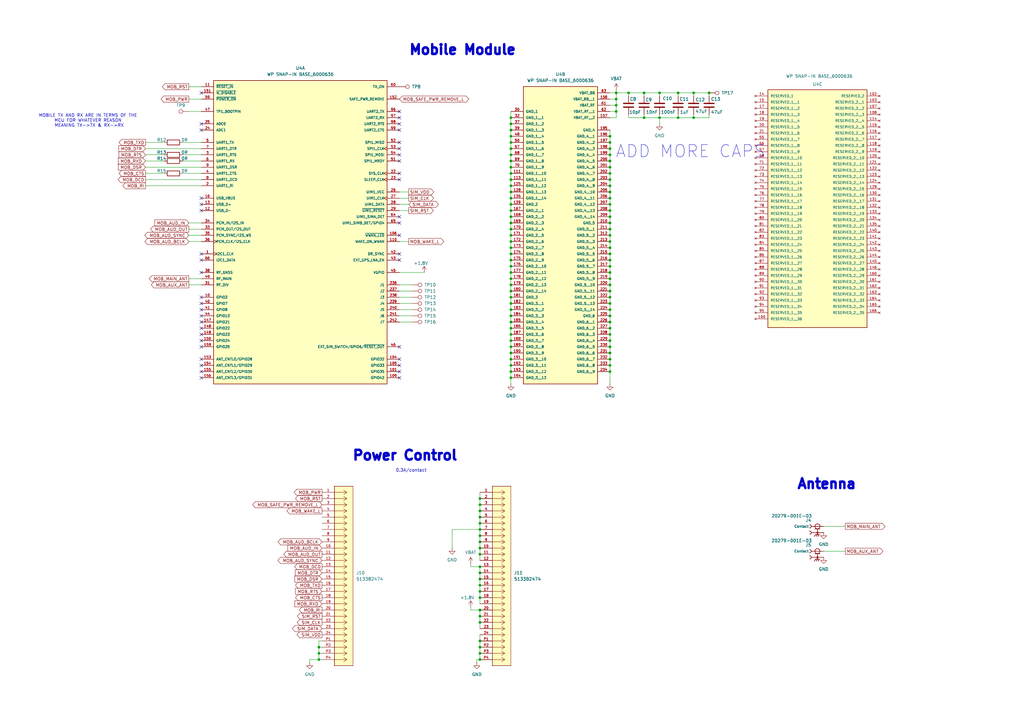
<source format=kicad_sch>
(kicad_sch (version 20250114) (generator "eeschema") (generator_version "9.0")
  (paper "A3")
  (title_block (title "UQ Phone") (rev "0.2.0") (company "The University of Queensland"))
  (text "Power Control\n" (at 166.116 186.944 0) (effects (font (size 4 4) (thickness 1) (bold yes))))
  (text "Mobile Module\n" (at 189.738 20.574 0) (effects (font (size 4 4) (thickness 1) (bold yes))))
  (text "MOBILE TX AND RX ARE IN TERMS OF THE \nMCU FOR WHATEVER REASON \nMEANING TX->TX & RX->RX" (at 36.576 49.53 0) (effects (font (size 1.27 1.27))))
  (text "ADD MORE CAPS" (at 283.21 62.23 0) (effects (font (size 5 5))))
  (text "0.3A/contact" (at 168.656 193.04 0) (effects (font (size 1.27 1.27))))
  (text "Antenna\n" (at 339.09 198.628 0) (effects (font (size 4 4) (thickness 1) (bold yes))))
  (junction (at 209.55 73.66))
  (junction (at 209.55 58.42))
  (junction (at 250.19 81.28))
  (junction (at 250.19 101.6))
  (junction (at 250.19 121.92))
  (junction (at 252.73 38.1))
  (junction (at 196.85 204.47))
  (junction (at 250.19 106.68))
  (junction (at 250.19 124.46))
  (junction (at 209.55 53.34))
  (junction (at 196.85 222.25))
  (junction (at 250.19 132.08))
  (junction (at 209.55 144.78))
  (junction (at 250.19 60.96))
  (junction (at 264.16 48.26))
  (junction (at 209.55 139.7))
  (junction (at 250.19 99.06))
  (junction (at 250.19 134.62))
  (junction (at 250.19 93.98))
  (junction (at 290.83 38.1))
  (junction (at 209.55 121.92))
  (junction (at 250.19 96.52))
  (junction (at 209.55 86.36))
  (junction (at 250.19 58.42))
  (junction (at 209.55 93.98))
  (junction (at 209.55 114.3))
  (junction (at 250.19 83.82))
  (junction (at 209.55 132.08))
  (junction (at 250.19 111.76))
  (junction (at 250.19 66.04))
  (junction (at 250.19 149.86))
  (junction (at 196.85 234.95))
  (junction (at 252.73 45.72))
  (junction (at 250.19 139.7))
  (junction (at 209.55 81.28))
  (junction (at 196.85 255.27))
  (junction (at 209.55 116.84))
  (junction (at 196.85 217.17))
  (junction (at 209.55 60.96))
  (junction (at 252.73 40.64))
  (junction (at 196.85 209.55))
  (junction (at 130.81 267.97))
  (junction (at 270.51 38.1))
  (junction (at 250.19 152.4))
  (junction (at 270.51 48.26))
  (junction (at 209.55 109.22))
  (junction (at 250.19 55.88))
  (junction (at 209.55 104.14))
  (junction (at 196.85 242.57))
  (junction (at 130.81 265.43))
  (junction (at 196.85 237.49))
  (junction (at 209.55 76.2))
  (junction (at 250.19 78.74))
  (junction (at 250.19 73.66))
  (junction (at 209.55 142.24))
  (junction (at 209.55 154.94))
  (junction (at 209.55 106.68))
  (junction (at 250.19 109.22))
  (junction (at 209.55 83.82))
  (junction (at 209.55 91.44))
  (junction (at 209.55 99.06))
  (junction (at 209.55 129.54))
  (junction (at 196.85 232.41))
  (junction (at 196.85 212.09))
  (junction (at 196.85 227.33))
  (junction (at 284.48 38.1))
  (junction (at 209.55 78.74))
  (junction (at 196.85 224.79))
  (junction (at 250.19 104.14))
  (junction (at 209.55 96.52))
  (junction (at 209.55 101.6))
  (junction (at 209.55 71.12))
  (junction (at 196.85 245.11))
  (junction (at 250.19 63.5))
  (junction (at 209.55 55.88))
  (junction (at 196.85 262.89))
  (junction (at 257.81 38.1))
  (junction (at 250.19 129.54))
  (junction (at 250.19 119.38))
  (junction (at 250.19 147.32))
  (junction (at 250.19 144.78))
  (junction (at 196.85 250.19))
  (junction (at 196.85 219.71))
  (junction (at 209.55 147.32))
  (junction (at 264.16 38.1))
  (junction (at 250.19 142.24))
  (junction (at 284.48 48.26))
  (junction (at 278.13 38.1))
  (junction (at 209.55 119.38))
  (junction (at 250.19 88.9))
  (junction (at 209.55 137.16))
  (junction (at 196.85 270.51))
  (junction (at 209.55 66.04))
  (junction (at 209.55 149.86))
  (junction (at 250.19 76.2))
  (junction (at 250.19 127))
  (junction (at 209.55 48.26))
  (junction (at 250.19 86.36))
  (junction (at 196.85 214.63))
  (junction (at 278.13 48.26))
  (junction (at 250.19 137.16))
  (junction (at 209.55 134.62))
  (junction (at 250.19 91.44))
  (junction (at 209.55 124.46))
  (junction (at 196.85 265.43))
  (junction (at 196.85 207.01))
  (junction (at 209.55 68.58))
  (junction (at 250.19 68.58))
  (junction (at 252.73 43.18))
  (junction (at 250.19 116.84))
  (junction (at 130.81 270.51))
  (junction (at 196.85 267.97))
  (junction (at 250.19 114.3))
  (junction (at 209.55 63.5))
  (junction (at 209.55 111.76))
  (junction (at 250.19 71.12))
  (junction (at 209.55 50.8))
  (junction (at 209.55 127))
  (junction (at 209.55 88.9))
  (junction (at 196.85 252.73))
  (junction (at 196.85 240.03))
  (junction (at 209.55 152.4))
  (no_connect (at 82.55 121.92))
  (no_connect (at 163.83 71.12))
  (no_connect (at 82.55 132.08))
  (no_connect (at 82.55 154.94))
  (no_connect (at 163.83 91.44))
  (no_connect (at 82.55 81.28))
  (no_connect (at 82.55 111.76))
  (no_connect (at 82.55 104.14))
  (no_connect (at 82.55 86.36))
  (no_connect (at 163.83 154.94))
  (no_connect (at 163.83 149.86))
  (no_connect (at 82.55 149.86))
  (no_connect (at 163.83 50.8))
  (no_connect (at 82.55 38.1))
  (no_connect (at 82.55 134.62))
  (no_connect (at 163.83 63.5))
  (no_connect (at 82.55 106.68))
  (no_connect (at 82.55 137.16))
  (no_connect (at 82.55 139.7))
  (no_connect (at 82.55 50.8))
  (no_connect (at 163.83 106.68))
  (no_connect (at 163.83 96.52))
  (no_connect (at 163.83 142.24))
  (no_connect (at 82.55 129.54))
  (no_connect (at 82.55 142.24))
  (no_connect (at 163.83 66.04))
  (no_connect (at 163.83 73.66))
  (no_connect (at 82.55 152.4))
  (no_connect (at 163.83 88.9))
  (no_connect (at 82.55 147.32))
  (no_connect (at 163.83 58.42))
  (no_connect (at 82.55 53.34))
  (no_connect (at 82.55 124.46))
  (no_connect (at 163.83 45.72))
  (no_connect (at 163.83 48.26))
  (no_connect (at 163.83 53.34))
  (no_connect (at 163.83 152.4))
  (no_connect (at 163.83 104.14))
  (no_connect (at 82.55 127))
  (no_connect (at 163.83 147.32))
  (no_connect (at 163.83 60.96))
  (no_connect (at 82.55 83.82))
  (wire (pts (xy 250.19 124.46) (xy 250.19 127)))
  (wire (pts (xy 77.47 96.52) (xy 82.55 96.52)))
  (wire (pts (xy 252.73 43.18) (xy 252.73 45.72)))
  (wire (pts (xy 209.55 149.86) (xy 209.55 152.4)))
  (wire (pts (xy 250.19 139.7) (xy 250.19 142.24)))
  (wire (pts (xy 257.81 38.1) (xy 264.16 38.1)))
  (wire (pts (xy 209.55 86.36) (xy 209.55 88.9)))
  (wire (pts (xy 252.73 43.18) (xy 252.73 40.64)))
  (wire (pts (xy 250.19 66.04) (xy 250.19 68.58)))
  (wire (pts (xy 257.81 38.1) (xy 257.81 39.37)))
  (wire (pts (xy 250.19 86.36) (xy 250.19 88.9)))
  (wire (pts (xy 209.55 83.82) (xy 209.55 86.36)))
  (wire (pts (xy 270.51 50.8) (xy 270.51 48.26)))
  (wire (pts (xy 278.13 48.26) (xy 284.48 48.26)))
  (wire (pts (xy 77.47 40.64) (xy 82.55 40.64)))
  (wire (pts (xy 209.55 106.68) (xy 209.55 109.22)))
  (wire (pts (xy 195.58 270.51) (xy 195.58 271.78)))
  (wire (pts (xy 209.55 78.74) (xy 209.55 81.28)))
  (wire (pts (xy 250.19 137.16) (xy 250.19 139.7)))
  (wire (pts (xy 250.19 88.9) (xy 250.19 91.44)))
  (wire (pts (xy 250.19 134.62) (xy 250.19 137.16)))
  (wire (pts (xy 209.55 152.4) (xy 209.55 154.94)))
  (wire (pts (xy 209.55 134.62) (xy 209.55 137.16)))
  (wire (pts (xy 209.55 50.8) (xy 209.55 53.34)))
  (wire (pts (xy 209.55 116.84) (xy 209.55 119.38)))
  (wire (pts (xy 209.55 114.3) (xy 209.55 116.84)))
  (wire (pts (xy 209.55 76.2) (xy 209.55 78.74)))
  (wire (pts (xy 337.82 215.9) (xy 346.71 215.9)))
  (wire (pts (xy 250.19 81.28) (xy 250.19 83.82)))
  (wire (pts (xy 250.19 78.74) (xy 250.19 81.28)))
  (wire (pts (xy 163.83 83.82) (xy 167.64 83.82)))
  (wire (pts (xy 163.83 78.74) (xy 167.64 78.74)))
  (wire (pts (xy 196.85 270.51) (xy 195.58 270.51)))
  (wire (pts (xy 250.19 60.96) (xy 250.19 63.5)))
  (wire (pts (xy 209.55 124.46) (xy 209.55 127)))
  (wire (pts (xy 127 271.78) (xy 127 270.51)))
  (wire (pts (xy 250.19 93.98) (xy 250.19 96.52)))
  (wire (pts (xy 264.16 48.26) (xy 264.16 46.99)))
  (wire (pts (xy 193.04 231.14) (xy 193.04 232.41)))
  (wire (pts (xy 196.85 232.41) (xy 196.85 234.95)))
  (wire (pts (xy 77.47 99.06) (xy 82.55 99.06)))
  (wire (pts (xy 196.85 224.79) (xy 196.85 227.33)))
  (wire (pts (xy 250.19 114.3) (xy 250.19 116.84)))
  (wire (pts (xy 196.85 217.17) (xy 196.85 214.63)))
  (wire (pts (xy 163.83 129.54) (xy 168.91 129.54)))
  (wire (pts (xy 337.82 226.06) (xy 346.71 226.06)))
  (wire (pts (xy 290.83 46.99) (xy 290.83 48.26)))
  (wire (pts (xy 74.93 71.12) (xy 82.55 71.12)))
  (wire (pts (xy 59.69 60.96) (xy 82.55 60.96)))
  (wire (pts (xy 209.55 73.66) (xy 209.55 76.2)))
  (wire (pts (xy 74.93 63.5) (xy 82.55 63.5)))
  (wire (pts (xy 77.47 93.98) (xy 82.55 93.98)))
  (wire (pts (xy 278.13 38.1) (xy 284.48 38.1)))
  (wire (pts (xy 209.55 119.38) (xy 209.55 121.92)))
  (wire (pts (xy 250.19 144.78) (xy 250.19 147.32)))
  (wire (pts (xy 209.55 99.06) (xy 209.55 101.6)))
  (wire (pts (xy 250.19 63.5) (xy 250.19 66.04)))
  (wire (pts (xy 196.85 217.17) (xy 196.85 219.71)))
  (wire (pts (xy 130.81 270.51) (xy 132.08 270.51)))
  (wire (pts (xy 163.83 124.46) (xy 168.91 124.46)))
  (wire (pts (xy 74.93 58.42) (xy 82.55 58.42)))
  (wire (pts (xy 209.55 129.54) (xy 209.55 132.08)))
  (wire (pts (xy 209.55 147.32) (xy 209.55 149.86)))
  (wire (pts (xy 77.47 35.56) (xy 82.55 35.56)))
  (wire (pts (xy 250.19 53.34) (xy 250.19 55.88)))
  (wire (pts (xy 132.08 267.97) (xy 130.81 267.97)))
  (wire (pts (xy 250.19 106.68) (xy 250.19 109.22)))
  (wire (pts (xy 250.19 121.92) (xy 250.19 124.46)))
  (wire (pts (xy 250.19 132.08) (xy 250.19 134.62)))
  (wire (pts (xy 74.93 66.04) (xy 82.55 66.04)))
  (wire (pts (xy 250.19 40.64) (xy 252.73 40.64)))
  (wire (pts (xy 209.55 127) (xy 209.55 129.54)))
  (wire (pts (xy 209.55 91.44) (xy 209.55 93.98)))
  (wire (pts (xy 209.55 101.6) (xy 209.55 104.14)))
  (wire (pts (xy 209.55 58.42) (xy 209.55 60.96)))
  (wire (pts (xy 185.42 217.17) (xy 196.85 217.17)))
  (wire (pts (xy 196.85 265.43) (xy 196.85 267.97)))
  (wire (pts (xy 250.19 142.24) (xy 250.19 144.78)))
  (wire (pts (xy 209.55 81.28) (xy 209.55 83.82)))
  (wire (pts (xy 163.83 86.36) (xy 167.64 86.36)))
  (wire (pts (xy 250.19 127) (xy 250.19 129.54)))
  (wire (pts (xy 163.83 121.92) (xy 168.91 121.92)))
  (wire (pts (xy 250.19 101.6) (xy 250.19 104.14)))
  (wire (pts (xy 270.51 48.26) (xy 270.51 46.99)))
  (wire (pts (xy 250.19 152.4) (xy 250.19 157.48)))
  (wire (pts (xy 252.73 36.83) (xy 252.73 38.1)))
  (wire (pts (xy 209.55 109.22) (xy 209.55 111.76)))
  (wire (pts (xy 185.42 224.79) (xy 185.42 217.17)))
  (wire (pts (xy 252.73 38.1) (xy 252.73 40.64)))
  (wire (pts (xy 59.69 66.04) (xy 67.31 66.04)))
  (wire (pts (xy 250.19 73.66) (xy 250.19 76.2)))
  (wire (pts (xy 250.19 48.26) (xy 252.73 48.26)))
  (wire (pts (xy 209.55 111.76) (xy 209.55 114.3)))
  (wire (pts (xy 250.19 109.22) (xy 250.19 111.76)))
  (wire (pts (xy 196.85 227.33) (xy 196.85 229.87)))
  (wire (pts (xy 209.55 63.5) (xy 209.55 66.04)))
  (wire (pts (xy 278.13 38.1) (xy 278.13 39.37)))
  (wire (pts (xy 252.73 38.1) (xy 250.19 38.1)))
  (wire (pts (xy 196.85 214.63) (xy 196.85 212.09)))
  (wire (pts (xy 77.47 116.84) (xy 82.55 116.84)))
  (wire (pts (xy 196.85 245.11) (xy 196.85 247.65)))
  (wire (pts (xy 59.69 73.66) (xy 82.55 73.66)))
  (wire (pts (xy 193.04 250.19) (xy 196.85 250.19)))
  (wire (pts (xy 270.51 38.1) (xy 270.51 39.37)))
  (wire (pts (xy 250.19 68.58) (xy 250.19 71.12)))
  (wire (pts (xy 290.83 48.26) (xy 284.48 48.26)))
  (wire (pts (xy 193.04 232.41) (xy 196.85 232.41)))
  (wire (pts (xy 196.85 237.49) (xy 196.85 240.03)))
  (wire (pts (xy 59.69 76.2) (xy 82.55 76.2)))
  (wire (pts (xy 130.81 262.89) (xy 130.81 265.43)))
  (wire (pts (xy 250.19 55.88) (xy 250.19 58.42)))
  (wire (pts (xy 196.85 212.09) (xy 196.85 209.55)))
  (wire (pts (xy 163.83 127) (xy 168.91 127)))
  (wire (pts (xy 209.55 132.08) (xy 209.55 134.62)))
  (wire (pts (xy 127 270.51) (xy 130.81 270.51)))
  (wire (pts (xy 278.13 48.26) (xy 278.13 46.99)))
  (wire (pts (xy 77.47 114.3) (xy 82.55 114.3)))
  (wire (pts (xy 196.85 267.97) (xy 196.85 270.51)))
  (wire (pts (xy 163.83 116.84) (xy 168.91 116.84)))
  (wire (pts (xy 250.19 76.2) (xy 250.19 78.74)))
  (wire (pts (xy 209.55 96.52) (xy 209.55 99.06)))
  (wire (pts (xy 209.55 53.34) (xy 209.55 55.88)))
  (wire (pts (xy 264.16 38.1) (xy 270.51 38.1)))
  (wire (pts (xy 196.85 255.27) (xy 196.85 257.81)))
  (wire (pts (xy 173.99 111.76) (xy 163.83 111.76)))
  (wire (pts (xy 132.08 265.43) (xy 130.81 265.43)))
  (wire (pts (xy 250.19 43.18) (xy 252.73 43.18)))
  (wire (pts (xy 209.55 45.72) (xy 209.55 48.26)))
  (wire (pts (xy 250.19 71.12) (xy 250.19 73.66)))
  (wire (pts (xy 163.83 119.38) (xy 168.91 119.38)))
  (wire (pts (xy 250.19 147.32) (xy 250.19 149.86)))
  (wire (pts (xy 163.83 132.08) (xy 168.91 132.08)))
  (wire (pts (xy 209.55 66.04) (xy 209.55 68.58)))
  (wire (pts (xy 252.73 48.26) (xy 252.73 45.72)))
  (wire (pts (xy 209.55 68.58) (xy 209.55 71.12)))
  (wire (pts (xy 250.19 111.76) (xy 250.19 114.3)))
  (wire (pts (xy 270.51 48.26) (xy 278.13 48.26)))
  (wire (pts (xy 193.04 248.92) (xy 193.04 250.19)))
  (wire (pts (xy 59.69 71.12) (xy 67.31 71.12)))
  (wire (pts (xy 250.19 91.44) (xy 250.19 93.98)))
  (wire (pts (xy 209.55 139.7) (xy 209.55 142.24)))
  (wire (pts (xy 209.55 137.16) (xy 209.55 139.7)))
  (wire (pts (xy 250.19 99.06) (xy 250.19 101.6)))
  (wire (pts (xy 59.69 63.5) (xy 67.31 63.5)))
  (wire (pts (xy 250.19 96.52) (xy 250.19 99.06)))
  (wire (pts (xy 257.81 48.26) (xy 257.81 46.99)))
  (wire (pts (xy 196.85 240.03) (xy 196.85 242.57)))
  (wire (pts (xy 59.69 68.58) (xy 82.55 68.58)))
  (wire (pts (xy 163.83 81.28) (xy 167.64 81.28)))
  (wire (pts (xy 196.85 242.57) (xy 196.85 245.11)))
  (wire (pts (xy 209.55 48.26) (xy 209.55 50.8)))
  (wire (pts (xy 209.55 154.94) (xy 209.55 157.48)))
  (wire (pts (xy 284.48 38.1) (xy 284.48 39.37)))
  (wire (pts (xy 264.16 48.26) (xy 270.51 48.26)))
  (wire (pts (xy 209.55 60.96) (xy 209.55 63.5)))
  (wire (pts (xy 250.19 129.54) (xy 250.19 132.08)))
  (wire (pts (xy 209.55 55.88) (xy 209.55 58.42)))
  (wire (pts (xy 132.08 262.89) (xy 130.81 262.89)))
  (wire (pts (xy 77.47 45.72) (xy 82.55 45.72)))
  (wire (pts (xy 250.19 119.38) (xy 250.19 121.92)))
  (wire (pts (xy 290.83 38.1) (xy 284.48 38.1)))
  (wire (pts (xy 77.47 91.44) (xy 82.55 91.44)))
  (wire (pts (xy 209.55 93.98) (xy 209.55 96.52)))
  (wire (pts (xy 209.55 142.24) (xy 209.55 144.78)))
  (wire (pts (xy 59.69 58.42) (xy 67.31 58.42)))
  (wire (pts (xy 196.85 209.55) (xy 196.85 207.01)))
  (wire (pts (xy 209.55 121.92) (xy 209.55 124.46)))
  (wire (pts (xy 209.55 144.78) (xy 209.55 147.32)))
  (wire (pts (xy 250.19 104.14) (xy 250.19 106.68)))
  (wire (pts (xy 270.51 38.1) (xy 278.13 38.1)))
  (wire (pts (xy 196.85 260.35) (xy 196.85 262.89)))
  (wire (pts (xy 196.85 234.95) (xy 196.85 237.49)))
  (wire (pts (xy 196.85 204.47) (xy 196.85 201.93)))
  (wire (pts (xy 257.81 48.26) (xy 264.16 48.26)))
  (wire (pts (xy 196.85 262.89) (xy 196.85 265.43)))
  (wire (pts (xy 130.81 265.43) (xy 130.81 267.97)))
  (wire (pts (xy 209.55 88.9) (xy 209.55 91.44)))
  (wire (pts (xy 290.83 39.37) (xy 290.83 38.1)))
  (wire (pts (xy 196.85 219.71) (xy 196.85 222.25)))
  (wire (pts (xy 196.85 222.25) (xy 196.85 224.79)))
  (wire (pts (xy 250.19 116.84) (xy 250.19 119.38)))
  (wire (pts (xy 130.81 267.97) (xy 130.81 270.51)))
  (wire (pts (xy 196.85 252.73) (xy 196.85 255.27)))
  (wire (pts (xy 284.48 48.26) (xy 284.48 46.99)))
  (wire (pts (xy 196.85 207.01) (xy 196.85 204.47)))
  (wire (pts (xy 250.19 149.86) (xy 250.19 152.4)))
  (wire (pts (xy 252.73 38.1) (xy 257.81 38.1)))
  (wire (pts (xy 163.83 99.06) (xy 167.64 99.06)))
  (wire (pts (xy 209.55 71.12) (xy 209.55 73.66)))
  (wire (pts (xy 209.55 104.14) (xy 209.55 106.68)))
  (wire (pts (xy 250.19 45.72) (xy 252.73 45.72)))
  (wire (pts (xy 250.19 83.82) (xy 250.19 86.36)))
  (wire (pts (xy 264.16 38.1) (xy 264.16 39.37)))
  (wire (pts (xy 196.85 250.19) (xy 196.85 252.73)))
  (wire (pts (xy 250.19 58.42) (xy 250.19 60.96)))
  (global_label "MOB_DTR" (shape input) (at 132.08 234.95 180) (property "Intersheetrefs" "${INTERSHEET_REFS}" (effects (hide yes))))
  (global_label "MOB_MAIN_ANT" (shape output) (at 346.71 215.9 0) (property "Intersheetrefs" "${INTERSHEET_REFS}" (effects (hide yes))))
  (global_label "SIM_CLK" (shape output) (at 132.08 255.27 180) (property "Intersheetrefs" "${INTERSHEET_REFS}" (effects (hide yes))))
  (global_label "MOB_AUD_BCLK" (shape bidirectional) (at 77.47 99.06 180) (property "Intersheetrefs" "${INTERSHEET_REFS}" (effects (hide yes))))
  (global_label "MOB_WAKE_L" (shape output) (at 167.64 99.06 0) (property "Intersheetrefs" "${INTERSHEET_REFS}" (effects (hide yes))))
  (global_label "MOB_RTS" (shape input) (at 59.69 63.5 180) (property "Intersheetrefs" "${INTERSHEET_REFS}" (effects (hide yes))))
  (global_label "MOB_DSR" (shape input) (at 59.69 68.58 180) (property "Intersheetrefs" "${INTERSHEET_REFS}" (effects (hide yes))))
  (global_label "SIM_DATA" (shape bidirectional) (at 167.64 83.82 0) (property "Intersheetrefs" "${INTERSHEET_REFS}" (effects (hide yes))))
  (global_label "MOB_AUX_ANT" (shape output) (at 346.71 226.06 0) (property "Intersheetrefs" "${INTERSHEET_REFS}" (effects (hide yes))))
  (global_label "MOB_DSR" (shape input) (at 132.08 237.49 180) (property "Intersheetrefs" "${INTERSHEET_REFS}" (effects (hide yes))))
  (global_label "MOB_AUD_IN" (shape input) (at 77.47 91.44 180) (property "Intersheetrefs" "${INTERSHEET_REFS}" (effects (hide yes))))
  (global_label "MOB_AUD_SYNC" (shape bidirectional) (at 77.47 96.52 180) (property "Intersheetrefs" "${INTERSHEET_REFS}" (effects (hide yes))))
  (global_label "SIM_RST" (shape output) (at 167.64 86.36 0) (property "Intersheetrefs" "${INTERSHEET_REFS}" (effects (hide yes))))
  (global_label "SIM_CLK" (shape output) (at 167.64 81.28 0) (property "Intersheetrefs" "${INTERSHEET_REFS}" (effects (hide yes))))
  (global_label "MOB_SAFE_PWR_REMOVE_L" (shape bidirectional) (at 132.08 207.01 180) (property "Intersheetrefs" "${INTERSHEET_REFS}" (effects (hide yes))))
  (global_label "MOB_DTR" (shape input) (at 59.69 60.96 180) (property "Intersheetrefs" "${INTERSHEET_REFS}" (effects (hide yes))))
  (global_label "MOB_PWR" (shape output) (at 132.08 201.93 180) (property "Intersheetrefs" "${INTERSHEET_REFS}" (effects (hide yes))))
  (global_label "MOB_RTS" (shape input) (at 132.08 242.57 180) (property "Intersheetrefs" "${INTERSHEET_REFS}" (effects (hide yes))))
  (global_label "MOB_MAIN_ANT" (shape output) (at 77.47 114.3 180) (property "Intersheetrefs" "${INTERSHEET_REFS}" (effects (hide yes))))
  (global_label "MOB_WAKE_L" (shape output) (at 132.08 209.55 180) (property "Intersheetrefs" "${INTERSHEET_REFS}" (effects (hide yes))))
  (global_label "MOB_RXD" (shape input) (at 59.69 66.04 180) (property "Intersheetrefs" "${INTERSHEET_REFS}" (effects (hide yes))))
  (global_label "SIM_RST" (shape output) (at 132.08 252.73 180) (property "Intersheetrefs" "${INTERSHEET_REFS}" (effects (hide yes))))
  (global_label "MOB_SAFE_PWR_REMOVE_L" (shape bidirectional) (at 163.83 40.64 0) (property "Intersheetrefs" "${INTERSHEET_REFS}" (effects (hide yes))))
  (global_label "MOB_RST" (shape output) (at 132.08 204.47 180) (property "Intersheetrefs" "${INTERSHEET_REFS}" (effects (hide yes))))
  (global_label "MOB_AUD_OUT" (shape output) (at 132.08 227.33 180) (property "Intersheetrefs" "${INTERSHEET_REFS}" (effects (hide yes))))
  (global_label "MOB_AUD_OUT" (shape output) (at 77.47 93.98 180) (property "Intersheetrefs" "${INTERSHEET_REFS}" (effects (hide yes))))
  (global_label "MOB_RXD" (shape input) (at 132.08 247.65 180) (property "Intersheetrefs" "${INTERSHEET_REFS}" (effects (hide yes))))
  (global_label "MOB_RST" (shape output) (at 77.47 35.56 180) (property "Intersheetrefs" "${INTERSHEET_REFS}" (effects (hide yes))))
  (global_label "MOB_DCD" (shape output) (at 59.69 73.66 180) (property "Intersheetrefs" "${INTERSHEET_REFS}" (effects (hide yes))))
  (global_label "MOB_DCD" (shape output) (at 132.08 232.41 180) (property "Intersheetrefs" "${INTERSHEET_REFS}" (effects (hide yes))))
  (global_label "MOB_AUD_SYNC" (shape bidirectional) (at 132.08 229.87 180) (property "Intersheetrefs" "${INTERSHEET_REFS}" (effects (hide yes))))
  (global_label "SIM_DATA" (shape bidirectional) (at 132.08 257.81 180) (property "Intersheetrefs" "${INTERSHEET_REFS}" (effects (hide yes))))
  (global_label "MOB_AUX_ANT" (shape output) (at 77.47 116.84 180) (property "Intersheetrefs" "${INTERSHEET_REFS}" (effects (hide yes))))
  (global_label "MOB_AUD_BCLK" (shape bidirectional) (at 132.08 222.25 180) (property "Intersheetrefs" "${INTERSHEET_REFS}" (effects (hide yes))))
  (global_label "MOB_PWR" (shape output) (at 77.47 40.64 180) (property "Intersheetrefs" "${INTERSHEET_REFS}" (effects (hide yes))))
  (global_label "SIM_VDD" (shape output) (at 132.08 260.35 180) (property "Intersheetrefs" "${INTERSHEET_REFS}" (effects (hide yes))))
  (global_label "MOB_TXD" (shape output) (at 132.08 240.03 180) (property "Intersheetrefs" "${INTERSHEET_REFS}" (effects (hide yes))))
  (global_label "MOB_TXD" (shape output) (at 59.69 58.42 180) (property "Intersheetrefs" "${INTERSHEET_REFS}" (effects (hide yes))))
  (global_label "MOB_RI" (shape output) (at 59.69 76.2 180) (property "Intersheetrefs" "${INTERSHEET_REFS}" (effects (hide yes))))
  (global_label "MOB_CTS" (shape output) (at 132.08 245.11 180) (property "Intersheetrefs" "${INTERSHEET_REFS}" (effects (hide yes))))
  (global_label "SIM_VDD" (shape output) (at 167.64 78.74 0) (property "Intersheetrefs" "${INTERSHEET_REFS}" (effects (hide yes))))
  (global_label "MOB_CTS" (shape output) (at 59.69 71.12 180) (property "Intersheetrefs" "${INTERSHEET_REFS}" (effects (hide yes))))
  (global_label "MOB_AUD_IN" (shape input) (at 132.08 224.79 180) (property "Intersheetrefs" "${INTERSHEET_REFS}" (effects (hide yes))))
  (global_label "MOB_RI" (shape output) (at 132.08 250.19 180) (property "Intersheetrefs" "${INTERSHEET_REFS}" (effects (hide yes))))
  (symbol (lib_id "Connector:TestPoint") (at 77.47 45.72 90) (unit 1)
    (property "Reference" "TP9" (at 74.168 43.18 90))
    (property "Value" "TestPoint" (effects (hide yes)))
    (property "Footprint" "TestPoint:TestPoint_Pad_D1.5mm" (effects (hide yes)))
    (property "Description" "test point" (effects (hide yes)))
  )
  (symbol (lib_id "RC7620_1104625:RC7620_1104625") (at 229.87 45.72 0) (unit 2)
    (property "Reference" "U4" (at 229.87 30.48 0))
    (property "Value" "WP SNAP-IN BASE_6000636" (at 229.87 33.02 0))
    (property "Footprint" "RC7620_1104625:XCVR_RC7620_1104625" (effects (hide yes)))
    (property "MF" "Sierra Wireless" (effects (hide yes)))
    (property "MAXIMUM_PACKAGE_HEIGHT" "2.7mm" (effects (hide yes)))
    (property "Package" "BFLGA-239 Sierra Wireless" (effects (hide yes)))
    (property "Price" "None" (effects (hide yes)))
    (property "Check_prices" "https://www.snapeda.com/parts/RC7620_1104625/Sierra+Wireless/view-part/?ref=eda" (effects (hide yes)))
    (property "STANDARD" "Manufacturer Recommendations" (effects (hide yes)))
    (property "PARTREV" "12" (effects (hide yes)))
    (property "SnapEDA_Link" "https://www.snapeda.com/parts/RC7620_1104625/Sierra+Wireless/view-part/?ref=snap" (effects (hide yes)))
    (property "MP" "RC7620_1104625" (effects (hide yes)))
    (property "Description_1" "\n                        \n                            Cellular, Navigation 2G, 3G, 4G, EDGE, GPRS, GSM, LTE, UMTS Transceiver Module 900MHz, 1.8GHz Antenna Not Included Surface Mount\n                        \n" (effects (hide yes)))
    (property "MANUFACTURER" "Sierra Wireless" (effects (hide yes)))
    (property "Availability" "In Stock" (effects (hide yes)))
    (property "SNAPEDA_PN" "RC7620_1104625" (effects (hide yes)))
  )
  (symbol (lib_name "RC7620_1104625_1") (lib_id "RC7620_1104625:RC7620_1104625") (at 335.28 39.37 0) (unit 3)
    (property "Reference" "U4" (at 335.28 34.544 0))
    (property "Value" "WP SNAP-IN BASE_6000636" (at 336.042 31.242 0))
    (property "Footprint" "WP_SNAP-IN_BASE:SIERRA_WP_SNAP-IN_BASE" (effects (hide yes)))
    (property "MF" "Sierra Wireless" (effects (hide yes)))
    (property "MAXIMUM_PACKAGE_HEIGHT" "2.7mm" (effects (hide yes)))
    (property "Package" "BFLGA-239 Sierra Wireless" (effects (hide yes)))
    (property "Price" "None" (effects (hide yes)))
    (property "Check_prices" "https://www.snapeda.com/parts/RC7620_1104625/Sierra+Wireless/view-part/?ref=eda" (effects (hide yes)))
    (property "STANDARD" "Manufacturer Recommendations" (effects (hide yes)))
    (property "PARTREV" "12" (effects (hide yes)))
    (property "SnapEDA_Link" "https://www.snapeda.com/parts/RC7620_1104625/Sierra+Wireless/view-part/?ref=snap" (effects (hide yes)))
    (property "MP" "RC7620_1104625" (effects (hide yes)))
    (property "Description_1" "\n                        \n                            Cellular, Navigation 2G, 3G, 4G, EDGE, GPRS, GSM, LTE, UMTS Transceiver Module 900MHz, 1.8GHz Antenna Not Included Surface Mount\n                        \n" (effects (hide yes)))
    (property "MANUFACTURER" "Sierra Wireless" (effects (hide yes)))
    (property "Availability" "In Stock" (effects (hide yes)))
    (property "SNAPEDA_PN" "RC7620_1104625" (effects (hide yes)))
  )
  (symbol (lib_id "Connector:TestPoint") (at 163.83 35.56 270) (unit 1)
    (property "Reference" "TP8" (at 168.91 35.5599 90) (effects (justify left)))
    (property "Value" "TestPoint" (effects (hide yes)))
    (property "Footprint" "TestPoint:TestPoint_Pad_D1.5mm" (effects (hide yes)))
    (property "Description" "test point" (effects (hide yes)))
  )
  (symbol (lib_id "Resistors:Resistor_0R") (at 71.12 63.5 90) (unit 1)
    (property "Reference" "R13" (at 66.294 62.484 90))
    (property "Value" "0R" (at 75.692 62.484 90))
    (property "Footprint" "Resistor_SMD:R_0402_1005Metric" (effects (hide yes)))
  )
  (symbol (lib_id "513382474:513382474") (at 196.85 201.93 0) (unit 1)
    (property "Reference" "J11" (at 210.82 234.9499 0) (effects (justify left)))
    (property "Value" "513382474" (at 210.82 237.4899 0) (effects (justify left)))
    (property "Footprint" "513382474:CON_513382474" (effects (hide yes)))
    (property "DigiKey_Part_Number" "WM8960TR-ND" (effects (hide yes)))
    (property "SnapEDA_Link" "https://www.snapeda.com/parts/513382474/Molex/view-part/?ref=snap" (effects (hide yes)))
    (property "Description_1" "24 Position Connector Receptacle, Center Strip Contacts Surface Mount Gold" (effects (hide yes)))
    (property "Package" "None" (effects (hide yes)))
    (property "Check_prices" "https://www.snapeda.com/parts/513382474/Molex/view-part/?ref=eda" (effects (hide yes)))
    (property "MF" "Molex" (effects (hide yes)))
    (property "MP" "513382474" (effects (hide yes)))
    (property "MFR_NAME" "Molex Connector Corporation" (effects (hide yes)))
    (property "MANUFACTURER_PART_NUMBER" "513382474" (effects (hide yes)))
  )
  (symbol (lib_id "20279-001E-03:20279-001E-03") (at 335.28 215.9 0) (unit 1)
    (property "Reference" "J4" (at 332.74 213.36 0) (effects (justify right)))
    (property "Value" "20279-001E-03" (at 332.994 211.582 0) (effects (justify right)))
    (property "Footprint" "20279-001E-03:IPEX_20279-001E-03" (effects (hide yes)))
    (property "MF" "I-PEX" (effects (hide yes)))
    (property "MAXIMUM_PACKAGE_HEIGHT" "1.25mm" (effects (hide yes)))
    (property "Package" "None" (effects (hide yes)))
    (property "Price" "None" (effects (hide yes)))
    (property "Check_prices" "https://www.snapeda.com/parts/20279-001E-03/I-PEX/view-part/?ref=eda" (effects (hide yes)))
    (property "STANDARD" "Manufacturer Recommendations" (effects (hide yes)))
    (property "PARTREV" "32" (effects (hide yes)))
    (property "SnapEDA_Link" "https://www.snapeda.com/parts/20279-001E-03/I-PEX/view-part/?ref=snap" (effects (hide yes)))
    (property "MP" "20279-001E-03" (effects (hide yes)))
    (property "Description_1" "\n                        \n                            1 POS Vertical SMD Small form factor with big performance through 6 GHz connector,MHF, RF, micro-coaxial MHF I Receptacle\n                        \n" (effects (hide yes)))
    (property "Availability" "In Stock" (effects (hide yes)))
    (property "MANUFACTURER" "I-PEX" (effects (hide yes)))
    (property "LCSC PN" " C36499136" (effects (hide yes)))
  )
  (symbol (lib_id "Resistors:Resistor_0R") (at 71.12 58.42 90) (unit 1)
    (property "Reference" "R12" (at 66.294 57.404 90))
    (property "Value" "0R" (at 75.692 57.404 90))
    (property "Footprint" "Resistor_SMD:R_0402_1005Metric" (effects (hide yes)))
  )
  (symbol (lib_id "power:GND") (at 270.51 50.8 0) (unit 1)
    (property "Reference" "#PWR037" (effects (hide yes)))
    (property "Value" "GND" (at 270.51 55.626 0))
    (property "Description" "Power symbol creates a global label with name \"GND\" , ground" (effects (hide yes)))
  )
  (symbol (lib_id "20279-001E-03:20279-001E-03") (at 335.28 226.06 0) (unit 1)
    (property "Reference" "J5" (at 332.74 223.52 0) (effects (justify right)))
    (property "Value" "20279-001E-03" (at 332.994 221.742 0) (effects (justify right)))
    (property "Footprint" "20279-001E-03:IPEX_20279-001E-03" (effects (hide yes)))
    (property "MF" "I-PEX" (effects (hide yes)))
    (property "MAXIMUM_PACKAGE_HEIGHT" "1.25mm" (effects (hide yes)))
    (property "Package" "None" (effects (hide yes)))
    (property "Price" "None" (effects (hide yes)))
    (property "Check_prices" "https://www.snapeda.com/parts/20279-001E-03/I-PEX/view-part/?ref=eda" (effects (hide yes)))
    (property "STANDARD" "Manufacturer Recommendations" (effects (hide yes)))
    (property "PARTREV" "32" (effects (hide yes)))
    (property "SnapEDA_Link" "https://www.snapeda.com/parts/20279-001E-03/I-PEX/view-part/?ref=snap" (effects (hide yes)))
    (property "MP" "20279-001E-03" (effects (hide yes)))
    (property "Description_1" "\n                        \n                            1 POS Vertical SMD Small form factor with big performance through 6 GHz connector,MHF, RF, micro-coaxial MHF I Receptacle\n                        \n" (effects (hide yes)))
    (property "Availability" "In Stock" (effects (hide yes)))
    (property "MANUFACTURER" "I-PEX" (effects (hide yes)))
    (property "LCSC PN" " C36499136" (effects (hide yes)))
  )
  (symbol (lib_id "power:GND") (at 209.55 157.48 0) (unit 1)
    (property "Reference" "#PWR039" (effects (hide yes)))
    (property "Value" "GND" (at 209.55 162.306 0))
    (property "Description" "Power symbol creates a global label with name \"GND\" , ground" (effects (hide yes)))
  )
  (symbol (lib_id "Capacitors:Capacitor_47uF") (at 284.48 43.18 0) (unit 1)
    (property "Reference" "C12" (at 285.242 40.894 0) (effects (justify left)))
    (property "Value" "47uF" (at 285.242 45.72 0) (effects (justify left)))
    (property "Footprint" "Capacitor_SMD:C_0805_2012Metric" (effects (hide yes)))
    (property "Description" "CAP CER 47UF 6.3V X5R 0805" (effects (hide yes)))
    (property "LCSC PN" "C109461" (effects (hide yes)))
  )
  (symbol (lib_id "RC7620_1104625:RC7620_1104625") (at 123.19 93.98 0) (unit 1)
    (property "Reference" "U4" (at 123.19 27.94 0))
    (property "Value" "WP SNAP-IN BASE_6000636" (at 123.19 30.48 0))
    (property "Footprint" "RC7620_1104625:XCVR_RC7620_1104625" (effects (hide yes)))
    (property "MF" "Sierra Wireless" (effects (hide yes)))
    (property "MAXIMUM_PACKAGE_HEIGHT" "2.7mm" (effects (hide yes)))
    (property "Package" "BFLGA-239 Sierra Wireless" (effects (hide yes)))
    (property "Price" "None" (effects (hide yes)))
    (property "Check_prices" "https://www.snapeda.com/parts/RC7620_1104625/Sierra+Wireless/view-part/?ref=eda" (effects (hide yes)))
    (property "STANDARD" "Manufacturer Recommendations" (effects (hide yes)))
    (property "PARTREV" "12" (effects (hide yes)))
    (property "SnapEDA_Link" "https://www.snapeda.com/parts/RC7620_1104625/Sierra+Wireless/view-part/?ref=snap" (effects (hide yes)))
    (property "MP" "RC7620_1104625" (effects (hide yes)))
    (property "Description_1" "\n                        \n                            Cellular, Navigation 2G, 3G, 4G, EDGE, GPRS, GSM, LTE, UMTS Transceiver Module 900MHz, 1.8GHz Antenna Not Included Surface Mount\n                        \n" (effects (hide yes)))
    (property "MANUFACTURER" "Sierra Wireless" (effects (hide yes)))
    (property "Availability" "In Stock" (effects (hide yes)))
    (property "SNAPEDA_PN" "RC7620_1104625" (effects (hide yes)))
  )
  (symbol (lib_id "Connector:TestPoint") (at 168.91 124.46 270) (unit 1)
    (property "Reference" "TP13" (at 173.99 124.4599 90) (effects (justify left)))
    (property "Value" "TestPoint" (effects (hide yes)))
    (property "Footprint" "TestPoint:TestPoint_Pad_D1.5mm" (effects (hide yes)))
    (property "Description" "test point" (effects (hide yes)))
  )
  (symbol (lib_id "Capacitors:Capacitor_1uF") (at 278.13 43.18 0) (unit 1)
    (property "Reference" "C11" (at 278.638 40.64 0) (effects (justify left)))
    (property "Value" "1uF" (at 278.892 45.974 0) (effects (justify left)))
    (property "Footprint" "Capacitor_SMD:C_0201_0603Metric" (effects (hide yes)))
    (property "Description" "6.3V 1uF X5R ±20% 0201 Multilayer Ceramic Capacitors MLCC - SMD/SMT ROHS" (effects (hide yes)))
    (property "LCSC PN" "C53067" (effects (hide yes)))
  )
  (symbol (lib_id "power:GND") (at 185.42 224.79 0) (unit 1)
    (property "Reference" "#PWR042" (effects (hide yes)))
    (property "Value" "GND" (at 185.42 229.616 0))
    (property "Description" "Power symbol creates a global label with name \"GND\" , ground" (effects (hide yes)))
  )
  (symbol (lib_id "power:GND") (at 337.82 218.44 0) (unit 1)
    (property "Reference" "#PWR043" (effects (hide yes)))
    (property "Value" "GND" (at 337.82 223.266 0))
    (property "Description" "Power symbol creates a global label with name \"GND\" , ground" (effects (hide yes)))
  )
  (symbol (lib_id "power:GND") (at 337.82 228.6 0) (unit 1)
    (property "Reference" "#PWR044" (effects (hide yes)))
    (property "Value" "GND" (at 337.82 233.426 0))
    (property "Description" "Power symbol creates a global label with name \"GND\" , ground" (effects (hide yes)))
  )
  (symbol (lib_id "power:GND") (at 195.58 271.78 0) (unit 1)
    (property "Reference" "#PWR073" (effects (hide yes)))
    (property "Value" "GND" (at 195.58 276.606 0))
    (property "Description" "Power symbol creates a global label with name \"GND\" , ground" (effects (hide yes)))
  )
  (symbol (lib_id "power:VBUS") (at 193.04 231.14 0) (unit 1)
    (property "Reference" "#PWR071" (effects (hide yes)))
    (property "Value" "VBAT" (at 193.04 226.568 0))
    (property "Description" "Power symbol creates a global label with name \"VBUS\"" (effects (hide yes)))
  )
  (symbol (lib_id "power:+1V8") (at 193.04 248.92 0) (unit 1)
    (property "Reference" "#PWR072" (effects (hide yes)))
    (property "Value" "+1.8V" (at 188.722 245.11 0) (effects (justify left)))
    (property "Description" "Power symbol creates a global label with name \"+1V8\"" (effects (hide yes)))
  )
  (symbol (lib_id "power:GND") (at 250.19 157.48 0) (unit 1)
    (property "Reference" "#PWR040" (effects (hide yes)))
    (property "Value" "GND" (at 250.19 162.306 0))
    (property "Description" "Power symbol creates a global label with name \"GND\" , ground" (effects (hide yes)))
  )
  (symbol (lib_id "power:GND") (at 127 271.78 0) (unit 1)
    (property "Reference" "#PWR0183" (effects (hide yes)))
    (property "Value" "GND" (at 127 276.606 0))
    (property "Description" "Power symbol creates a global label with name \"GND\" , ground" (effects (hide yes)))
  )
  (symbol (lib_id "Connector:TestPoint") (at 168.91 119.38 270) (unit 1)
    (property "Reference" "TP11" (at 173.99 119.3799 90) (effects (justify left)))
    (property "Value" "TestPoint" (effects (hide yes)))
    (property "Footprint" "TestPoint:TestPoint_Pad_D1.5mm" (effects (hide yes)))
    (property "Description" "test point" (effects (hide yes)))
  )
  (symbol (lib_id "513382474:513382474") (at 132.08 201.93 0) (unit 1)
    (property "Reference" "J10" (at 146.05 234.9499 0) (effects (justify left)))
    (property "Value" "513382474" (at 146.05 237.4899 0) (effects (justify left)))
    (property "Footprint" "513382474:CON_513382474" (effects (hide yes)))
    (property "DigiKey_Part_Number" "WM8960TR-ND" (effects (hide yes)))
    (property "SnapEDA_Link" "https://www.snapeda.com/parts/513382474/Molex/view-part/?ref=snap" (effects (hide yes)))
    (property "Description_1" "24 Position Connector Receptacle, Center Strip Contacts Surface Mount Gold" (effects (hide yes)))
    (property "Package" "None" (effects (hide yes)))
    (property "Check_prices" "https://www.snapeda.com/parts/513382474/Molex/view-part/?ref=eda" (effects (hide yes)))
    (property "MF" "Molex" (effects (hide yes)))
    (property "MP" "513382474" (effects (hide yes)))
    (property "MFR_NAME" "Molex Connector Corporation" (effects (hide yes)))
    (property "MANUFACTURER_PART_NUMBER" "513382474" (effects (hide yes)))
  )
  (symbol (lib_id "Resistors:Resistor_0R") (at 71.12 66.04 90) (unit 1)
    (property "Reference" "R14" (at 66.294 65.024 90))
    (property "Value" "0R" (at 75.692 65.024 90))
    (property "Footprint" "Resistor_SMD:R_0402_1005Metric" (effects (hide yes)))
  )
  (symbol (lib_id "Connector:TestPoint") (at 168.91 127 270) (unit 1)
    (property "Reference" "TP14" (at 173.99 126.9999 90) (effects (justify left)))
    (property "Value" "TestPoint" (effects (hide yes)))
    (property "Footprint" "TestPoint:TestPoint_Pad_D1.5mm" (effects (hide yes)))
    (property "Description" "test point" (effects (hide yes)))
  )
  (symbol (lib_id "Connector:TestPoint") (at 290.83 38.1 270) (unit 1)
    (property "Reference" "TP17" (at 295.91 38.0999 90) (effects (justify left)))
    (property "Value" "TestPoint" (effects (hide yes)))
    (property "Footprint" "TestPoint:TestPoint_Pad_D1.5mm" (effects (hide yes)))
    (property "Description" "test point" (effects (hide yes)))
  )
  (symbol (lib_id "Capacitors:capacitor_100nF") (at 270.51 43.18 0) (unit 1)
    (property "Reference" "C10" (at 271.78 40.386 0) (effects (justify left)))
    (property "Value" "100nF" (at 271.018 45.974 0) (effects (justify left)))
    (property "Footprint" "Capacitor_SMD:C_0201_0603Metric" (effects (hide yes)))
    (property "Description" "6.3V 100nF X5R ±10% 0201 Multilayer Ceramic Capacitors MLCC - SMD/SMT ROHS" (effects (hide yes)))
    (property "LCSC PN" "C160831" (effects (hide yes)))
  )
  (symbol (lib_id "Capacitors:Capacitor_47uF") (at 290.83 43.18 0) (unit 1)
    (property "Reference" "C13" (at 291.592 40.64 0) (effects (justify left)))
    (property "Value" "47uF" (at 291.592 45.974 0) (effects (justify left)))
    (property "Footprint" "Capacitor_SMD:C_0805_2012Metric" (effects (hide yes)))
    (property "Description" "CAP CER 47UF 6.3V X5R 0805" (effects (hide yes)))
    (property "LCSC PN" "C109461" (effects (hide yes)))
  )
  (symbol (lib_id "Capacitors:Capacitor_10pF") (at 257.81 43.18 0) (unit 1)
    (property "Reference" "C8" (at 258.318 40.64 0) (effects (justify left)))
    (property "Value" "10pF" (at 258.064 45.974 0) (effects (justify left)))
    (property "Footprint" "Capacitor_SMD:C_0402_1005Metric" (effects (hide yes)))
    (property "Description" "CAP CER 10PF 16V X7R 0402" (effects (hide yes)))
    (property "LCSC PN" "C2168222" (effects (hide yes)))
  )
  (symbol (lib_id "Connector:TestPoint") (at 168.91 116.84 270) (unit 1)
    (property "Reference" "TP10" (at 173.99 116.8399 90) (effects (justify left)))
    (property "Value" "TestPoint" (effects (hide yes)))
    (property "Footprint" "TestPoint:TestPoint_Pad_D1.5mm" (effects (hide yes)))
    (property "Description" "test point" (effects (hide yes)))
  )
  (symbol (lib_id "Connector:TestPoint") (at 168.91 129.54 270) (unit 1)
    (property "Reference" "TP15" (at 173.99 129.5399 90) (effects (justify left)))
    (property "Value" "TestPoint" (effects (hide yes)))
    (property "Footprint" "TestPoint:TestPoint_Pad_D1.5mm" (effects (hide yes)))
    (property "Description" "test point" (effects (hide yes)))
  )
  (symbol (lib_id "Capacitors:Capacitor_10nF") (at 264.16 43.18 0) (unit 1)
    (property "Reference" "C9" (at 264.668 40.894 0) (effects (justify left)))
    (property "Value" "10nF" (at 264.922 45.974 0) (effects (justify left)))
    (property "Footprint" "Capacitor_SMD:C_0402_1005Metric" (effects (hide yes)))
    (property "Description" "10000 pF ±10% 16V Ceramic Capacitor X7R 0402 (1005 Metric)" (effects (hide yes)))
    (property "LCSC PN" "C15195" (effects (hide yes)))
  )
  (symbol (lib_id "Connector:TestPoint") (at 168.91 132.08 270) (unit 1)
    (property "Reference" "TP16" (at 173.99 132.0799 90) (effects (justify left)))
    (property "Value" "TestPoint" (effects (hide yes)))
    (property "Footprint" "TestPoint:TestPoint_Pad_D1.5mm" (effects (hide yes)))
    (property "Description" "test point" (effects (hide yes)))
  )
  (symbol (lib_id "power:+1V8") (at 173.99 111.76 0) (unit 1)
    (property "Reference" "#PWR038" (effects (hide yes)))
    (property "Value" "+1.8V" (at 169.672 107.95 0) (effects (justify left)))
    (property "Description" "Power symbol creates a global label with name \"+1V8\"" (effects (hide yes)))
  )
  (symbol (lib_id "power:VBUS") (at 252.73 36.83 0) (unit 1)
    (property "Reference" "#PWR011" (effects (hide yes)))
    (property "Value" "VBAT" (at 252.73 32.258 0))
    (property "Description" "Power symbol creates a global label with name \"VBUS\"" (effects (hide yes)))
  )
  (symbol (lib_id "Connector:TestPoint") (at 168.91 121.92 270) (unit 1)
    (property "Reference" "TP12" (at 173.99 121.9199 90) (effects (justify left)))
    (property "Value" "TestPoint" (effects (hide yes)))
    (property "Footprint" "TestPoint:TestPoint_Pad_D1.5mm" (effects (hide yes)))
    (property "Description" "test point" (effects (hide yes)))
  )
  (symbol (lib_id "Resistors:Resistor_0R") (at 71.12 71.12 90) (unit 1)
    (property "Reference" "R15" (at 66.294 70.104 90))
    (property "Value" "0R" (at 75.692 70.104 90))
    (property "Footprint" "Resistor_SMD:R_0402_1005Metric" (effects (hide yes)))
  )
)
</source>
